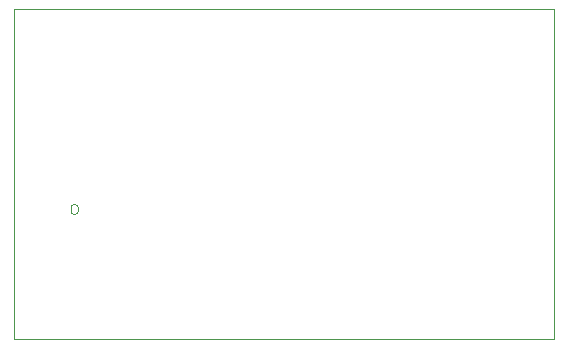
<source format=gbr>
%TF.GenerationSoftware,KiCad,Pcbnew,7.0.6*%
%TF.CreationDate,2023-11-01T23:53:57-04:00*%
%TF.ProjectId,FT2232_Board,46543232-3332-45f4-926f-6172642e6b69,rev?*%
%TF.SameCoordinates,Original*%
%TF.FileFunction,Profile,NP*%
%FSLAX46Y46*%
G04 Gerber Fmt 4.6, Leading zero omitted, Abs format (unit mm)*
G04 Created by KiCad (PCBNEW 7.0.6) date 2023-11-01 23:53:57*
%MOMM*%
%LPD*%
G01*
G04 APERTURE LIST*
%TA.AperFunction,Profile*%
%ADD10C,0.100000*%
%TD*%
%TA.AperFunction,Profile*%
%ADD11C,0.010000*%
%TD*%
G04 APERTURE END LIST*
D10*
X106680000Y-73660000D02*
X152400000Y-73660000D01*
X152400000Y-101600000D01*
X106680000Y-101600000D01*
X106680000Y-73660000D01*
D11*
%TO.C,J1*%
X112113500Y-90503000D02*
X112113500Y-90753000D01*
X111483500Y-90753000D02*
X111483500Y-90503000D01*
X112113500Y-90503000D02*
G75*
G03*
X111798500Y-90188000I-315000J0D01*
G01*
X111798500Y-90188000D02*
G75*
G03*
X111483500Y-90503000I0J-315000D01*
G01*
X111798500Y-91068000D02*
G75*
G03*
X112113500Y-90753000I0J315000D01*
G01*
X111483500Y-90753000D02*
G75*
G03*
X111798500Y-91068000I315000J0D01*
G01*
%TD*%
M02*

</source>
